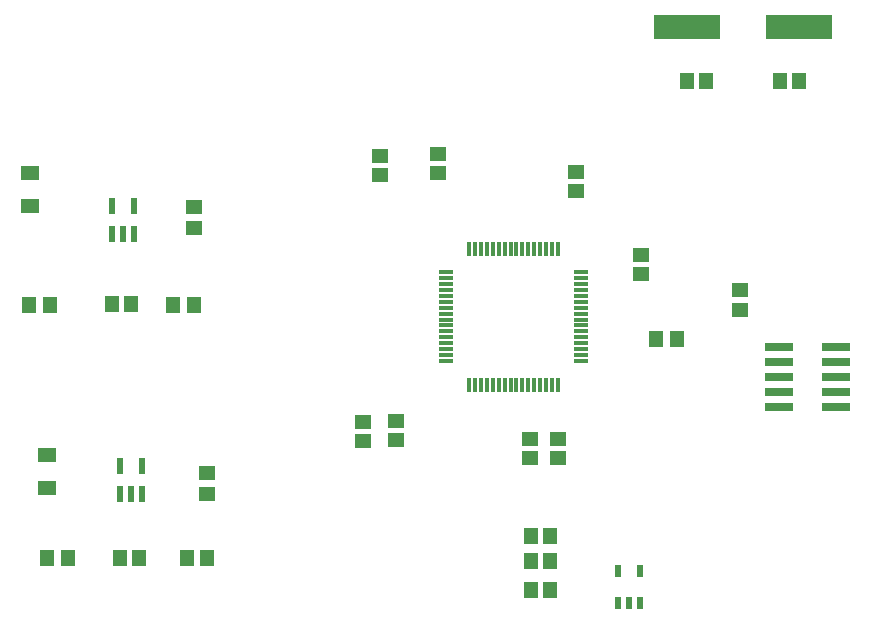
<source format=gtp>
G04*
G04 #@! TF.GenerationSoftware,Altium Limited,Altium Designer,20.2.5 (213)*
G04*
G04 Layer_Color=8421504*
%FSAX44Y44*%
%MOMM*%
G71*
G04*
G04 #@! TF.SameCoordinates,DEE1CB44-B07E-4D6A-B40A-D2815B2109DB*
G04*
G04*
G04 #@! TF.FilePolarity,Positive*
G04*
G01*
G75*
%ADD15R,1.6500X1.2000*%
%ADD16R,0.5588X1.3208*%
%ADD17R,1.4000X1.3000*%
%ADD18R,1.1938X0.3048*%
%ADD19R,0.3048X1.1938*%
%ADD20R,5.6000X2.1000*%
%ADD21R,1.3000X1.4000*%
%ADD22R,1.1500X1.3500*%
%ADD23R,1.3500X1.1500*%
%ADD24R,2.4000X0.7600*%
%ADD25R,0.5080X0.9779*%
D15*
X00830580Y00471200D02*
D03*
Y00443200D02*
D03*
X00816610Y00681960D02*
D03*
Y00709960D02*
D03*
D16*
X00885240Y00681736D02*
D03*
X00904240D02*
D03*
Y00657860D02*
D03*
X00894740D02*
D03*
X00885240D02*
D03*
X00892200Y00437642D02*
D03*
X00901700D02*
D03*
X00911200D02*
D03*
Y00461518D02*
D03*
X00892200D02*
D03*
D17*
X01112520Y00708280D02*
D03*
Y00724280D02*
D03*
X01162050Y00709550D02*
D03*
Y00725550D02*
D03*
X01333500Y00624460D02*
D03*
Y00640460D02*
D03*
X01278890Y00694310D02*
D03*
Y00710310D02*
D03*
X01098550Y00482600D02*
D03*
Y00498600D02*
D03*
X01126490Y00483490D02*
D03*
Y00499490D02*
D03*
X01263650Y00468250D02*
D03*
Y00484250D02*
D03*
X01239520D02*
D03*
Y00468250D02*
D03*
D18*
X01283050Y00625510D02*
D03*
Y00620510D02*
D03*
Y00615510D02*
D03*
Y00610510D02*
D03*
Y00605510D02*
D03*
Y00600510D02*
D03*
Y00595510D02*
D03*
Y00590510D02*
D03*
Y00585510D02*
D03*
Y00580510D02*
D03*
Y00575510D02*
D03*
Y00570510D02*
D03*
Y00565510D02*
D03*
Y00560510D02*
D03*
Y00555510D02*
D03*
Y00550510D02*
D03*
X01168050D02*
D03*
Y00555510D02*
D03*
Y00560510D02*
D03*
Y00565510D02*
D03*
Y00570510D02*
D03*
Y00575510D02*
D03*
Y00580510D02*
D03*
Y00585510D02*
D03*
Y00590510D02*
D03*
Y00595510D02*
D03*
Y00600510D02*
D03*
Y00605510D02*
D03*
Y00610510D02*
D03*
Y00615510D02*
D03*
Y00620510D02*
D03*
Y00625510D02*
D03*
D19*
X01263050Y00530510D02*
D03*
X01258050D02*
D03*
X01253050D02*
D03*
X01248050D02*
D03*
X01243050D02*
D03*
X01238050D02*
D03*
X01233050D02*
D03*
X01228050D02*
D03*
X01223050D02*
D03*
X01218050D02*
D03*
X01213050D02*
D03*
X01208050D02*
D03*
X01203050D02*
D03*
X01198050D02*
D03*
X01193050D02*
D03*
X01188050D02*
D03*
Y00645510D02*
D03*
X01193050D02*
D03*
X01198050D02*
D03*
X01203050D02*
D03*
X01208050D02*
D03*
X01213050D02*
D03*
X01218050D02*
D03*
X01223050D02*
D03*
X01228050D02*
D03*
X01233050D02*
D03*
X01238050D02*
D03*
X01243050D02*
D03*
X01248050D02*
D03*
X01253050D02*
D03*
X01258050D02*
D03*
X01263050D02*
D03*
D20*
X01372360Y00833120D02*
D03*
X01467360D02*
D03*
D21*
X01372490Y00787400D02*
D03*
X01388490D02*
D03*
X00892430Y00383540D02*
D03*
X00908430D02*
D03*
X00901470Y00598678D02*
D03*
X00885470D02*
D03*
X01451230Y00787400D02*
D03*
X01467230D02*
D03*
X01240410Y00402590D02*
D03*
X01256410D02*
D03*
X01240410Y00381000D02*
D03*
X01256410D02*
D03*
X01240410Y00356870D02*
D03*
X01256410D02*
D03*
D22*
X00815480Y00598170D02*
D03*
X00832980D02*
D03*
X00937400D02*
D03*
X00954900D02*
D03*
X00830720Y00383540D02*
D03*
X00848220D02*
D03*
X00948830D02*
D03*
X00966330D02*
D03*
X01346340Y00568960D02*
D03*
X01363840D02*
D03*
D23*
X00955040Y00680580D02*
D03*
Y00663080D02*
D03*
X00966470Y00455650D02*
D03*
Y00438150D02*
D03*
X01417320Y00610730D02*
D03*
Y00593230D02*
D03*
D24*
X01450600Y00511810D02*
D03*
Y00524510D02*
D03*
Y00537210D02*
D03*
Y00549910D02*
D03*
Y00562610D02*
D03*
X01498600Y00511810D02*
D03*
Y00524510D02*
D03*
Y00537210D02*
D03*
Y00549910D02*
D03*
Y00562610D02*
D03*
D25*
X01314053Y00345250D02*
D03*
X01323553D02*
D03*
X01333053D02*
D03*
Y00372555D02*
D03*
X01314053D02*
D03*
M02*

</source>
